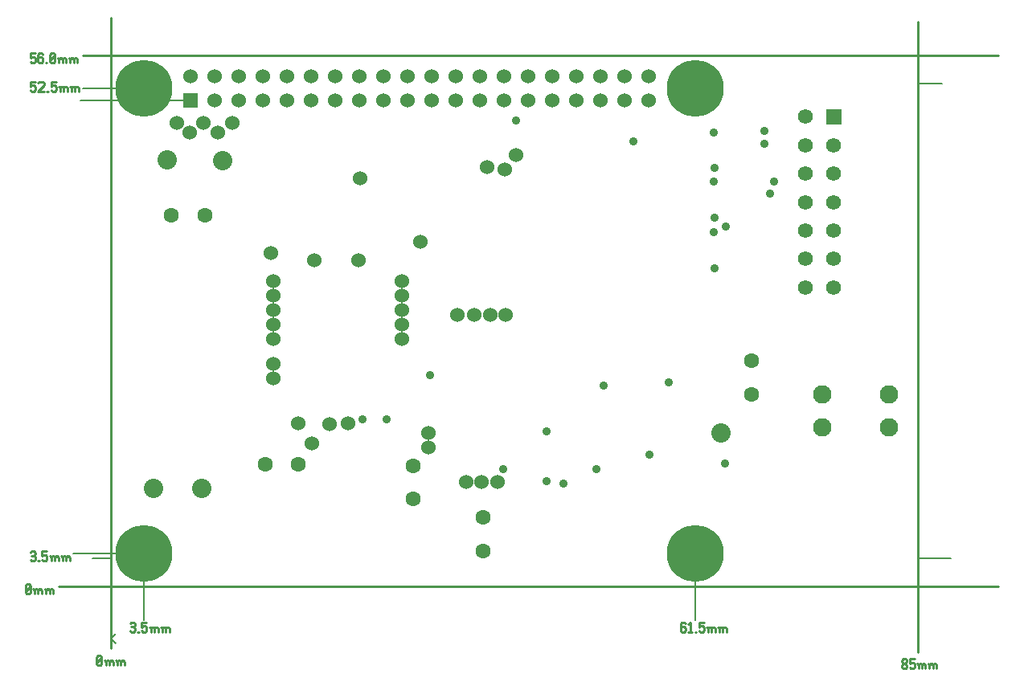
<source format=gbr>
G04 start of page 5 for group 5 idx 2 *
G04 Title: RspPiPS, mechanical *
G04 Creator: pcb 4.2.0 *
G04 CreationDate: Sun Jan 23 00:25:27 2022 UTC *
G04 For: debian *
G04 Format: Gerber/RS-274X *
G04 PCB-Dimensions (mil): 10000.00 10000.00 *
G04 PCB-Coordinate-Origin: lower left *
%MOIN*%
%FSLAX25Y25*%
%LNGROUP5*%
%ADD77C,0.0380*%
%ADD76C,0.0453*%
%ADD75C,0.0400*%
%ADD74C,0.0354*%
%ADD73C,0.1181*%
%ADD72C,0.0402*%
%ADD71C,0.1063*%
%ADD70C,0.0200*%
%ADD69C,0.0350*%
%ADD68C,0.0360*%
%ADD67C,0.0600*%
%ADD66C,0.0768*%
%ADD65C,0.0800*%
%ADD64C,0.0630*%
%ADD63C,0.0620*%
%ADD62C,0.0001*%
%ADD61C,0.2362*%
%ADD60C,0.0060*%
%ADD59C,0.0100*%
G54D59*X141732Y791339D02*Y529528D01*
G54D60*Y566929D02*X133858D01*
X155512Y568898D02*Y541339D01*
Y568898D02*X125984D01*
X141732Y533465D02*X143701Y535433D01*
X141732Y533465D02*X143701Y531496D01*
G54D59*X129921Y775591D02*X509843D01*
G54D60*X476378Y763780D02*X486220D01*
X476378Y566929D02*X490157D01*
X174700Y756800D02*X173806Y755906D01*
G54D59*X476383Y789657D02*Y527846D01*
X120079Y555118D02*X509843D01*
G54D60*X383858Y568898D02*Y541339D01*
X155512Y761811D02*X129921D01*
X174700Y756800D02*X129027D01*
G54D59*X108268Y776559D02*X110268D01*
X108268D02*Y774559D01*
X108768Y775059D01*
X109768D01*
X110268Y774559D01*
Y773059D01*
X109768Y772559D02*X110268Y773059D01*
X108768Y772559D02*X109768D01*
X108268Y773059D02*X108768Y772559D01*
X112968Y776559D02*X113468Y776059D01*
X111968Y776559D02*X112968D01*
X111468Y776059D02*X111968Y776559D01*
X111468Y776059D02*Y773059D01*
X111968Y772559D01*
X112968Y774759D02*X113468Y774259D01*
X111468Y774759D02*X112968D01*
X111968Y772559D02*X112968D01*
X113468Y773059D01*
Y774259D02*Y773059D01*
X114668Y772559D02*X115168D01*
X116368Y773059D02*X116868Y772559D01*
X116368Y776059D02*Y773059D01*
Y776059D02*X116868Y776559D01*
X117868D01*
X118368Y776059D01*
Y773059D01*
X117868Y772559D02*X118368Y773059D01*
X116868Y772559D02*X117868D01*
X116368Y773559D02*X118368Y775559D01*
X120068Y774059D02*Y772559D01*
Y774059D02*X120568Y774559D01*
X121068D01*
X121568Y774059D01*
Y772559D01*
Y774059D02*X122068Y774559D01*
X122568D01*
X123068Y774059D01*
Y772559D01*
X119568Y774559D02*X120068Y774059D01*
X124768D02*Y772559D01*
Y774059D02*X125268Y774559D01*
X125768D01*
X126268Y774059D01*
Y772559D01*
Y774059D02*X126768Y774559D01*
X127268D01*
X127768Y774059D01*
Y772559D01*
X124268Y774559D02*X124768Y774059D01*
X108268Y764748D02*X110268D01*
X108268D02*Y762748D01*
X108768Y763248D01*
X109768D01*
X110268Y762748D01*
Y761248D01*
X109768Y760748D02*X110268Y761248D01*
X108768Y760748D02*X109768D01*
X108268Y761248D02*X108768Y760748D01*
X111468Y764248D02*X111968Y764748D01*
X113468D01*
X113968Y764248D01*
Y763248D01*
X111468Y760748D02*X113968Y763248D01*
X111468Y760748D02*X113968D01*
X115168D02*X115668D01*
X116868Y764748D02*X118868D01*
X116868D02*Y762748D01*
X117368Y763248D01*
X118368D01*
X118868Y762748D01*
Y761248D01*
X118368Y760748D02*X118868Y761248D01*
X117368Y760748D02*X118368D01*
X116868Y761248D02*X117368Y760748D01*
X120568Y762248D02*Y760748D01*
Y762248D02*X121068Y762748D01*
X121568D01*
X122068Y762248D01*
Y760748D01*
Y762248D02*X122568Y762748D01*
X123068D01*
X123568Y762248D01*
Y760748D01*
X120068Y762748D02*X120568Y762248D01*
X125268D02*Y760748D01*
Y762248D02*X125768Y762748D01*
X126268D01*
X126768Y762248D01*
Y760748D01*
Y762248D02*X127268Y762748D01*
X127768D01*
X128268Y762248D01*
Y760748D01*
X124768Y762748D02*X125268Y762248D01*
X149606Y539839D02*X150106Y540339D01*
X151106D01*
X151606Y539839D01*
X151106Y536339D02*X151606Y536839D01*
X150106Y536339D02*X151106D01*
X149606Y536839D02*X150106Y536339D01*
Y538539D02*X151106D01*
X151606Y539839D02*Y539039D01*
Y538039D02*Y536839D01*
Y538039D02*X151106Y538539D01*
X151606Y539039D02*X151106Y538539D01*
X152806Y536339D02*X153306D01*
X154506Y540339D02*X156506D01*
X154506D02*Y538339D01*
X155006Y538839D01*
X156006D01*
X156506Y538339D01*
Y536839D01*
X156006Y536339D02*X156506Y536839D01*
X155006Y536339D02*X156006D01*
X154506Y536839D02*X155006Y536339D01*
X158206Y537839D02*Y536339D01*
Y537839D02*X158706Y538339D01*
X159206D01*
X159706Y537839D01*
Y536339D01*
Y537839D02*X160206Y538339D01*
X160706D01*
X161206Y537839D01*
Y536339D01*
X157706Y538339D02*X158206Y537839D01*
X162906D02*Y536339D01*
Y537839D02*X163406Y538339D01*
X163906D01*
X164406Y537839D01*
Y536339D01*
Y537839D02*X164906Y538339D01*
X165406D01*
X165906Y537839D01*
Y536339D01*
X162406Y538339D02*X162906Y537839D01*
X135827Y523059D02*X136327Y522559D01*
X135827Y526059D02*Y523059D01*
Y526059D02*X136327Y526559D01*
X137327D01*
X137827Y526059D01*
Y523059D01*
X137327Y522559D02*X137827Y523059D01*
X136327Y522559D02*X137327D01*
X135827Y523559D02*X137827Y525559D01*
X139527Y524059D02*Y522559D01*
Y524059D02*X140027Y524559D01*
X140527D01*
X141027Y524059D01*
Y522559D01*
Y524059D02*X141527Y524559D01*
X142027D01*
X142527Y524059D01*
Y522559D01*
X139027Y524559D02*X139527Y524059D01*
X144227D02*Y522559D01*
Y524059D02*X144727Y524559D01*
X145227D01*
X145727Y524059D01*
Y522559D01*
Y524059D02*X146227Y524559D01*
X146727D01*
X147227Y524059D01*
Y522559D01*
X143727Y524559D02*X144227Y524059D01*
X106299Y552587D02*X106799Y552087D01*
X106299Y555587D02*Y552587D01*
Y555587D02*X106799Y556087D01*
X107799D01*
X108299Y555587D01*
Y552587D01*
X107799Y552087D02*X108299Y552587D01*
X106799Y552087D02*X107799D01*
X106299Y553087D02*X108299Y555087D01*
X109999Y553587D02*Y552087D01*
Y553587D02*X110499Y554087D01*
X110999D01*
X111499Y553587D01*
Y552087D01*
Y553587D02*X111999Y554087D01*
X112499D01*
X112999Y553587D01*
Y552087D01*
X109499Y554087D02*X109999Y553587D01*
X114699D02*Y552087D01*
Y553587D02*X115199Y554087D01*
X115699D01*
X116199Y553587D01*
Y552087D01*
Y553587D02*X116699Y554087D01*
X117199D01*
X117699Y553587D01*
Y552087D01*
X114199Y554087D02*X114699Y553587D01*
X379453Y540339D02*X379953Y539839D01*
X378453Y540339D02*X379453D01*
X377953Y539839D02*X378453Y540339D01*
X377953Y539839D02*Y536839D01*
X378453Y536339D01*
X379453Y538539D02*X379953Y538039D01*
X377953Y538539D02*X379453D01*
X378453Y536339D02*X379453D01*
X379953Y536839D01*
Y538039D02*Y536839D01*
X381153Y539539D02*X381953Y540339D01*
Y536339D01*
X381153D02*X382653D01*
X383853D02*X384353D01*
X385553Y540339D02*X387553D01*
X385553D02*Y538339D01*
X386053Y538839D01*
X387053D01*
X387553Y538339D01*
Y536839D01*
X387053Y536339D02*X387553Y536839D01*
X386053Y536339D02*X387053D01*
X385553Y536839D02*X386053Y536339D01*
X389253Y537839D02*Y536339D01*
Y537839D02*X389753Y538339D01*
X390253D01*
X390753Y537839D01*
Y536339D01*
Y537839D02*X391253Y538339D01*
X391753D01*
X392253Y537839D01*
Y536339D01*
X388753Y538339D02*X389253Y537839D01*
X393953D02*Y536339D01*
Y537839D02*X394453Y538339D01*
X394953D01*
X395453Y537839D01*
Y536339D01*
Y537839D02*X395953Y538339D01*
X396453D01*
X396953Y537839D01*
Y536339D01*
X393453Y538339D02*X393953Y537839D01*
X108268Y569366D02*X108768Y569866D01*
X109768D01*
X110268Y569366D01*
X109768Y565866D02*X110268Y566366D01*
X108768Y565866D02*X109768D01*
X108268Y566366D02*X108768Y565866D01*
Y568066D02*X109768D01*
X110268Y569366D02*Y568566D01*
Y567566D02*Y566366D01*
Y567566D02*X109768Y568066D01*
X110268Y568566D02*X109768Y568066D01*
X111468Y565866D02*X111968D01*
X113168Y569866D02*X115168D01*
X113168D02*Y567866D01*
X113668Y568366D01*
X114668D01*
X115168Y567866D01*
Y566366D01*
X114668Y565866D02*X115168Y566366D01*
X113668Y565866D02*X114668D01*
X113168Y566366D02*X113668Y565866D01*
X116868Y567366D02*Y565866D01*
Y567366D02*X117368Y567866D01*
X117868D01*
X118368Y567366D01*
Y565866D01*
Y567366D02*X118868Y567866D01*
X119368D01*
X119868Y567366D01*
Y565866D01*
X116368Y567866D02*X116868Y567366D01*
X121568D02*Y565866D01*
Y567366D02*X122068Y567866D01*
X122568D01*
X123068Y567366D01*
Y565866D01*
Y567366D02*X123568Y567866D01*
X124068D01*
X124568Y567366D01*
Y565866D01*
X121068Y567866D02*X121568Y567366D01*
X469800Y521690D02*X470290Y521200D01*
X469800Y522474D02*Y521690D01*
Y522474D02*X470486Y523160D01*
X471074D01*
X471760Y522474D01*
Y521690D01*
X471270Y521200D02*X471760Y521690D01*
X470290Y521200D02*X471270D01*
X469800Y523846D02*X470486Y523160D01*
X469800Y524630D02*Y523846D01*
Y524630D02*X470290Y525120D01*
X471270D01*
X471760Y524630D01*
Y523846D01*
X471074Y523160D02*X471760Y523846D01*
X472936Y525120D02*X474896D01*
X472936D02*Y523160D01*
X473426Y523650D01*
X474406D01*
X474896Y523160D01*
Y521690D01*
X474406Y521200D02*X474896Y521690D01*
X473426Y521200D02*X474406D01*
X472936Y521690D02*X473426Y521200D01*
X476562Y522670D02*Y521200D01*
Y522670D02*X477052Y523160D01*
X477542D01*
X478032Y522670D01*
Y521200D01*
Y522670D02*X478522Y523160D01*
X479012D01*
X479502Y522670D01*
Y521200D01*
X476072Y523160D02*X476562Y522670D01*
X481168D02*Y521200D01*
Y522670D02*X481658Y523160D01*
X482148D01*
X482638Y522670D01*
Y521200D01*
Y522670D02*X483128Y523160D01*
X483618D01*
X484108Y522670D01*
Y521200D01*
X480678Y523160D02*X481168Y522670D01*
G54D61*X383858Y761811D03*
G54D62*G36*
X438361Y753246D02*Y747046D01*
X444561D01*
Y753246D01*
X438361D01*
G37*
G54D63*X441461Y738335D03*
Y726524D03*
Y714713D03*
Y702902D03*
Y691091D03*
Y679280D03*
X429650Y750146D03*
Y738335D03*
Y726524D03*
Y714713D03*
Y702902D03*
Y691091D03*
Y679280D03*
G54D61*X383858Y568898D03*
G54D64*X267000Y605390D03*
Y591610D03*
X295949Y583768D03*
Y569988D03*
G54D65*X394736Y618866D03*
G54D64*X407236Y648756D03*
Y634976D03*
G54D66*X436736Y621189D03*
X464295D03*
Y634969D03*
X436736D03*
G54D61*X155512Y761811D03*
G54D62*G36*
X171700Y759800D02*Y753800D01*
X177700D01*
Y759800D01*
X171700D01*
G37*
G54D67*X174700Y766800D03*
X184700Y756800D03*
Y766800D03*
G54D65*X188000Y732000D03*
G54D64*X180535Y709276D03*
X166756D03*
G54D65*X164961Y732283D03*
G54D61*X155512Y568898D03*
G54D64*X219425Y605799D03*
X205646D03*
G54D65*X159500Y596000D03*
X179500D03*
G54D67*X194700Y756800D03*
X204700D03*
X214700D03*
X194700Y766800D03*
X204700D03*
X214700D03*
X224700Y756800D03*
X234700D03*
X244700D03*
X254700D03*
X224700Y766800D03*
X234700D03*
X244700D03*
X254700D03*
X264700Y756800D03*
X274700D03*
X284700D03*
X264700Y766800D03*
X274700D03*
X284700D03*
X294700D03*
X304700D03*
X314700D03*
X294700Y756800D03*
X304700D03*
X314700D03*
X324700D03*
Y766800D03*
X334700Y756800D03*
X344700D03*
X354700D03*
X364700D03*
X334700Y766800D03*
X344700D03*
X354700D03*
X364700D03*
X219500Y623000D03*
X225072Y614428D03*
G54D68*X246000Y624500D03*
X256000D03*
G54D67*X232500Y622500D03*
X240000Y623000D03*
X273500Y619000D03*
Y613000D03*
X295500Y598500D03*
X302000D03*
X289000D03*
G54D68*X329500Y598000D03*
X322500Y599000D03*
G54D67*X305500Y668000D03*
X292500D03*
X299000D03*
X285500D03*
G54D68*X274000Y643000D03*
X322500Y619500D03*
X304500Y604000D03*
X396236Y606366D03*
X365000Y610000D03*
X373000Y640000D03*
X343000Y604000D03*
X346000Y638500D03*
G54D67*X208000Y693500D03*
X209000Y676000D03*
Y682000D03*
X225984Y690551D03*
X209000Y641500D03*
X262500Y676000D03*
Y682000D03*
Y670000D03*
Y664000D03*
Y658000D03*
X209000D03*
Y647500D03*
Y664000D03*
Y670000D03*
X297602Y729209D03*
X309600Y734400D03*
X305000Y728400D03*
G54D68*X309800Y748600D03*
X412598Y738976D03*
Y744094D03*
X416654Y723110D03*
X391800Y702300D03*
X396700Y704600D03*
X414961Y718110D03*
X391800Y743700D03*
Y723300D03*
X392000Y729000D03*
X358500Y740000D03*
X392000Y708200D03*
X391900Y687200D03*
G54D67*X192000Y747500D03*
X186000Y743500D03*
X174500D03*
X180000Y747500D03*
X169000D03*
X244488Y690551D03*
X244874Y724740D03*
X270098Y698272D03*
G54D69*G54D70*G54D69*G54D70*G54D69*G54D70*G54D69*G54D70*G54D69*G54D71*G54D72*G54D73*G54D72*G54D73*G54D72*G54D71*G54D74*G54D75*G54D74*G54D76*G54D71*G54D77*G54D75*G54D74*G54D75*G54D71*G54D74*G54D75*G54D77*M02*

</source>
